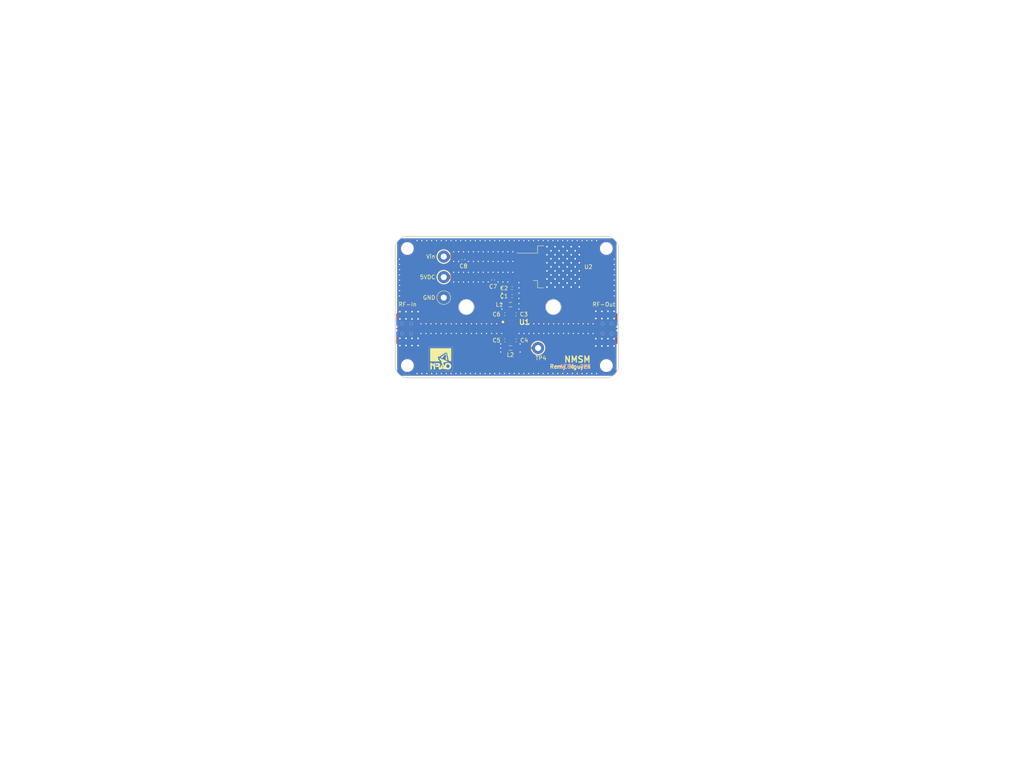
<source format=kicad_pcb>
(kicad_pcb (version 20221018) (generator pcbnew)
  (layers (0 "F.Cu" signal) (1 "In1.Cu" signal) (2 "In2.Cu" signal) (31 "B.Cu" signal) (34 "B.Paste" user) (35 "F.Paste" user) (36 "B.SilkS" user "B.Silkscreen") (37 "F.SilkS" user "F.Silkscreen") (38 "B.Mask" user) (39 "F.Mask" user) (44 "Edge.Cuts" user))
  (net 0 "")
  (net 1 "Net-(J1-In)")
  (net 2 "5VDC")
  (net 3 "Net-(J2-In)")
  (net 4 "GND")
  (net 5 "Net-(U1-VG2)")
  (net 6 "Net-(U1-VG1)")
  (net 7 "Vin")
  (net 8 "Net-(U1-VDD1)")
  (footprint "Capacitor_SMD:C_0402_1005Metric" (layer "F.Cu") (at 135.06 81.94 -90)
    (fp_text reference "C7" (at 1.64 0) (layer "F.SilkS"))
    (fp_text value "0.1 uF" hide)
    (pad "1" smd roundrect (at -0.48 0 270) (size 0.56 0.62) (layers "F.Cu" "F.Paste" "F.Mask") (net 2 "5VDC"))
    (pad "2" smd roundrect (at 0.48 0 270) (size 0.56 0.62) (layers "F.Cu" "F.Paste" "F.Mask") (net 4 "GND"))
  )
  (footprint "footprints.pretty:GCPW_osh2_90mm_user" (layer "F.Cu") (at 206.99 147.46)
    (fp_text reference " " (at 0 0) (layer "F.SilkS") (effects (font (size 1.5 1.5) (thickness 0.3))))
    (fp_text value "LOGO" hide)
  )
  (footprint "Package_TO_SOT_SMD:TO-263-2" (layer "F.Cu") (at 150.9 78.7)
    (fp_text reference "U2" (at 7.75 0) (layer "F.SilkS"))
    (fp_text value "L7805")
    (pad "1" smd roundrect (at -7.65 -2.54) (size 4.6 1.1) (layers "F.Cu" "F.Paste" "F.Mask") (roundrect_rratio 0.2272727273) (net 7 "Vin"))
    (pad "2" smd roundrect (at -0.925 -2.775) (size 4.55 5.25) (layers "F.Cu" "F.Paste") (roundrect_rratio 0.05494505495) (net 4 "GND"))
    (pad "2" smd roundrect (at -0.925 2.775) (size 4.55 5.25) (layers "F.Cu" "F.Paste") (roundrect_rratio 0.05494505495) (net 4 "GND"))
    (pad "2" smd roundrect (at 1.5 0) (size 9.4 10.8) (layers "F.Cu" "F.Mask") (roundrect_rratio 0.02659595745) (net 4 "GND"))
    (pad "2" smd roundrect (at 3.925 -2.775) (size 4.55 5.25) (layers "F.Cu" "F.Paste") (roundrect_rratio 0.05494505495) (net 4 "GND"))
    (pad "2" smd roundrect (at 3.925 2.775) (size 4.55 5.25) (layers "F.Cu" "F.Paste") (roundrect_rratio 0.05494505495) (net 4 "GND"))
    (pad "3" smd roundrect (at -7.65 2.54) (size 4.6 1.1) (layers "F.Cu" "F.Paste" "F.Mask") (roundrect_rratio 0.2272727273) (net 2 "5VDC"))
  )
  (footprint "Capacitor_SMD:C_0402_1005Metric" (layer "F.Cu") (at 127.74 76.86 -90)
    (fp_text reference "C8" (at 1.65 0) (layer "F.SilkS"))
    (fp_text value "0.33 uF" hide)
    (pad "1" smd roundrect (at -0.48 0 270) (size 0.56 0.62) (layers "F.Cu" "F.Paste" "F.Mask") (net 7 "Vin"))
    (pad "2" smd roundrect (at 0.48 0 270) (size 0.56 0.62) (layers "F.Cu" "F.Paste" "F.Mask") (net 4 "GND"))
  )
  (footprint "Capacitor_SMD:C_0402_1005Metric" (layer "F.Cu") (at 137.97 96.9 180)
    (fp_text reference "C5" (at 0.97 0) (layer "F.SilkS") (effects (justify right)))
    (fp_text value "1 nF" hide)
    (pad "1" smd roundrect (at -0.48 0 180) (size 0.56 0.62) (layers "F.Cu" "F.Paste" "F.Mask") (net 6 "Net-(U1-VG1)"))
    (pad "2" smd roundrect (at 0.48 0 180) (size 0.56 0.62) (layers "F.Cu" "F.Paste" "F.Mask") (net 4 "GND"))
  )
  (footprint "Capacitor_SMD:C_0402_1005Metric" (layer "F.Cu") (at 140.74 90.44)
    (fp_text reference "C3" (at 0.86 0.01) (layer "F.SilkS") (effects (justify left)))
    (fp_text value "1 nF" hide)
    (pad "1" smd roundrect (at -0.48 0) (size 0.56 0.62) (layers "F.Cu" "F.Paste" "F.Mask") (net 2 "5VDC"))
    (pad "2" smd roundrect (at 0.48 0) (size 0.56 0.62) (layers "F.Cu" "F.Paste" "F.Mask") (net 4 "GND"))
  )
  (footprint "Capacitor_SMD:C_0402_1005Metric" (layer "F.Cu") (at 137.97 90.44)
    (fp_text reference "C6" (at -0.97 0.01) (layer "F.SilkS") (effects (justify right)))
    (fp_text value "0.1 uF" hide)
    (pad "1" smd roundrect (at -0.48 0) (size 0.56 0.62) (layers "F.Cu" "F.Paste" "F.Mask") (net 4 "GND"))
    (pad "2" smd roundrect (at 0.48 0) (size 0.56 0.62) (layers "F.Cu" "F.Paste" "F.Mask") (net 8 "Net-(U1-VDD1)"))
  )
  (footprint "TestPoint:TestPoint_Loop_D2.54mm_Drill1.5mm_Beaded" (layer "F.Cu") (at 122.85 86.32)
    (fp_text reference "GND" (at -2 0) (layer "F.SilkS") (effects (justify right)))
    (fp_text value "GND" hide)
    (pad "1" thru_hole circle (at 0 0) (size 3 3) (drill 1.5) (layers "*.Cu" "*.Mask") (net 4 "GND"))
  )
  (footprint "Mini-Circuits:QFN66P300X300X89-9N" (layer "F.Cu") (at 139.355 93.67)
    (fp_text reference "U1" (at 3.445 -1.27) (layer "F.SilkS") (effects (font (size 1.27 1.27) (thickness 0.254))))
    (fp_text value "TSS-183A+" hide)
    (pad "1" smd rect (at -1.45 -0.33 90) (size 0.35 0.8) (layers "F.Cu" "F.Paste" "F.Mask") (net 4 "GND"))
    (pad "2" smd rect (at -1.45 0.33 90) (size 0.35 0.8) (layers "F.Cu" "F.Paste" "F.Mask") (net 1 "Net-(J1-In)"))
    (pad "3" smd rect (at -0.33 1.45) (size 0.35 0.8) (layers "F.Cu" "F.Paste" "F.Mask") (net 6 "Net-(U1-VG1)"))
    (pad "4" smd rect (at 0.33 1.45) (size 0.35 0.8) (layers "F.Cu" "F.Paste" "F.Mask") (net 5 "Net-(U1-VG2)"))
    (pad "5" smd rect (at 1.45 0.33 90) (size 0.35 0.8) (layers "F.Cu" "F.Paste" "F.Mask") (net 3 "Net-(J2-In)"))
    (pad "6" smd rect (at 1.45 -0.33 90) (size 0.35 0.8) (layers "F.Cu" "F.Paste" "F.Mask") (net 4 "GND"))
    (pad "7" smd rect (at 0.33 -1.45) (size 0.35 0.8) (layers "F.Cu" "F.Paste" "F.Mask") (net 2 "5VDC"))
    (pad "8" smd rect (at -0.33 -1.45) (size 0.35 0.8) (layers "F.Cu" "F.Paste" "F.Mask") (net 8 "Net-(U1-VDD1)"))
    (pad "9" smd rect (at 0 0) (size 1.702 1.702) (layers "F.Cu" "F.Paste" "F.Mask") (net 4 "GND"))
  )
  (footprint "Capacitor_SMD:C_0402_1005Metric" (layer "F.Cu") (at 139.78 85.95 180)
    (fp_text reference "C1" (at 0.94 0) (layer "F.SilkS") (effects (justify right)))
    (fp_text value "5.6 pF" hide)
    (pad "1" smd roundrect (at -0.48 0 180) (size 0.56 0.62) (layers "F.Cu" "F.Paste" "F.Mask") (net 2 "5VDC"))
    (pad "2" smd roundrect (at 0.48 0 180) (size 0.56 0.62) (layers "F.Cu" "F.Paste" "F.Mask") (net 4 "GND"))
  )
  (footprint "footprints:Mueller BU-1420761881" (layer "F.Cu") (at 161.56 94 180)
    (fp_text reference "RF-Out" (at -3.84 6 180) (layer "F.SilkS") (effects (justify right)))
    (fp_text value "Conn_Coaxial" hide)
    (fp_circle (center -2.8448 -1.2192) (end -2.4384 -1.2192) (stroke (width 0.05)) (fill none) (layer "Edge.Cuts"))
    (fp_circle (center -2.8448 1.2192) (end -2.4384 1.2192) (stroke (width 0.05)) (fill none) (layer "Edge.Cuts"))
    (fp_circle (center -0.6096 -1.2192) (end -0.2032 -1.2192) (stroke (width 0.05)) (fill none) (layer "Edge.Cuts"))
    (fp_circle (center -0.6096 1.2192) (end -0.2032 1.2192) (stroke (width 0.05)) (fill none) (layer "Edge.Cuts"))
    (pad "1" smd rect (at -3.4036 0 180) (size 1.7272 0.41) (layers "F.Cu" "F.Paste" "F.Mask") (net 3 "Net-(J2-In)"))
    (pad "2" smd rect (at -1.7272 -2.2292 180) (size 5.08 3.048) (layers "F.Cu" "F.Paste" "F.Mask") (net 4 "GND"))
    (pad "2" smd rect (at -1.7272 -1.4672 180) (size 5.08 1.524) (layers "B.Cu" "B.Paste" "B.Mask") (net 4 "GND"))
    (pad "2" smd rect (at -1.7272 1.4672 180) (size 5.08 1.524) (layers "B.Cu" "B.Paste" "B.Mask") (net 4 "GND"))
    (pad "2" smd rect (at -1.7272 2.2292 180) (size 5.08 3.048) (layers "F.Cu" "F.Paste" "F.Mask") (net 4 "GND"))
  )
  (footprint "Capacitor_SMD:C_0402_1005Metric" (layer "F.Cu") (at 139.78 83.98 180)
    (fp_text reference "C2" (at 0.94 -0.02) (layer "F.SilkS") (effects (justify right)))
    (fp_text value "18 pF" hide)
    (pad "1" smd roundrect (at -0.48 0 180) (size 0.56 0.62) (layers "F.Cu" "F.Paste" "F.Mask") (net 2 "5VDC"))
    (pad "2" smd roundrect (at 0.48 0 180) (size 0.56 0.62) (layers "F.Cu" "F.Paste" "F.Mask") (net 4 "GND"))
  )
  (footprint "Inductor_SMD:L_0805_2012Metric" (layer "F.Cu") (at 139.355 88.055 180)
    (fp_text reference "L1" (at 1.755 0.005) (layer "F.SilkS") (effects (justify right)))
    (fp_text value "3.3 nH" hide)
    (pad "1" smd roundrect (at -1.0625 0 180) (size 0.875 1.2) (layers "F.Cu" "F.Paste" "F.Mask") (net 2 "5VDC"))
    (pad "2" smd roundrect (at 1.0625 0 180) (size 0.875 1.2) (layers "F.Cu" "F.Paste" "F.Mask") (net 8 "Net-(U1-VDD1)"))
  )
  (footprint "FabDrawingTemplates:FabDrawing-4Layer-Metric-Compact-OSH" (layer "F.Cu") (at 55.5 135.5)
    (fp_text reference " " hide)
    (fp_text value " " hide)
  )
  (footprint "TestPoint:TestPoint_Loop_D2.54mm_Drill1.5mm_Beaded" (layer "F.Cu") (at 122.85 81.24)
    (fp_text reference "5VDC" (at -2 0) (layer "F.SilkS") (effects (justify right)))
    (fp_text value "5VDC" hide)
    (pad "1" thru_hole circle (at 0 0) (size 3 3) (drill 1.5) (layers "*.Cu" "*.Mask") (net 2 "5VDC"))
  )
  (footprint "Inductor_SMD:L_0805_2012Metric" (layer "F.Cu") (at 139.355 98.8)
    (fp_text reference "L2" (at 0 1.1) (layer "F.SilkS") (effects (justify top)))
    (fp_text value "3.3 nH" hide)
    (pad "1" smd roundrect (at -1.0625 0) (size 0.875 1.2) (layers "F.Cu" "F.Paste" "F.Mask") (net 6 "Net-(U1-VG1)"))
    (pad "2" smd roundrect (at 1.0625 0) (size 0.875 1.2) (layers "F.Cu" "F.Paste" "F.Mask") (net 5 "Net-(U1-VG2)"))
  )
  (footprint "MountingHole:MountingHole_2.7mm_M2.5" (layer "F.Cu") (at 163.1 103.15)
    (fp_text reference "REF**" hide)
    (fp_text value "MountingHole_2.7mm_M2.5" hide)
    (pad "" np_thru_hole circle (at 0 0) (size 2.7 2.7) (drill 2.7) (layers "*.Mask" "F.Cu" "In1.Cu" "In2.Cu" "B.Cu"))
  )
  (footprint "TestPoint:TestPoint_Loop_D2.54mm_Drill1.5mm_Beaded" (layer "F.Cu") (at 122.85 76.16)
    (fp_text reference "Vin" (at -2 0) (layer "F.SilkS") (effects (justify right)))
    (fp_text value "Vin" hide)
    (pad "1" thru_hole circle (at 0 0) (size 3 3) (drill 1.5) (layers "*.Cu" "*.Mask") (net 7 "Vin"))
  )
  (footprint "Capacitor_SMD:C_0402_1005Metric" (layer "F.Cu") (at 140.74 96.9 180)
    (fp_text reference "C4" (at -0.96 0) (layer "F.SilkS") (effects (justify left)))
    (fp_text value "1 nF" hide)
    (pad "1" smd roundrect (at -0.48 0 180) (size 0.56 0.62) (layers "F.Cu" "F.Paste" "F.Mask") (net 4 "GND"))
    (pad "2" smd roundrect (at 0.48 0 180) (size 0.56 0.62) (layers "F.Cu" "F.Paste" "F.Mask") (net 5 "Net-(U1-VG2)"))
  )
  (footprint "footprints.pretty:nrao1_6mm_silk" (layer "F.Cu") (at 122.1 101.5)
    (fp_text reference "G***" hide)
    (fp_text value "LOGO" hide)
  )
  (footprint "MountingHole:MountingHole_2.7mm_M2.5" (layer "F.Cu") (at 163.1 74.15)
    (fp_text reference "REF**" hide)
    (fp_text value "MountingHole_2.7mm_M2.5" hide)
    (pad "" np_thru_hole circle (at 0 0) (size 2.7 2.7) (drill 2.7) (layers "*.Mask" "F.Cu" "In1.Cu" "In2.Cu" "B.Cu"))
  )
  (footprint "MountingHole:MountingHole_2.7mm_M2.5" (layer "F.Cu") (at 113.85 74.15)
    (fp_text reference "REF**" hide)
    (fp_text value "MountingHole_2.7mm_M2.5" hide)
    (pad "" np_thru_hole circle (at 0 0) (size 2.7 2.7) (drill 2.7) (layers "*.Mask" "F.Cu" "In1.Cu" "In2.Cu" "B.Cu"))
  )
  (footprint "TestPoint:TestPoint_Loop_D2.54mm_Drill1.5mm_Beaded" (layer "F.Cu") (at 146.2 98.8)
    (fp_text reference "TP4" (at 0.7 2.5) (layer "F.SilkS"))
    (fp_text value "Vg")
    (pad "1" thru_hole circle (at 0 0) (size 3 3) (drill 1.5) (layers "*.Cu" "*.Mask") (net 5 "Net-(U1-VG2)"))
  )
  (footprint "footprints:Mueller BU-1420761881" (layer "F.Cu") (at 115.39 94)
    (fp_text reference "RF-In" (at -3.84 -6) (layer "F.SilkS") (effects (justify left)))
    (fp_text value "Conn_Coaxial" hide)
    (fp_circle (center -2.8448 -1.2192) (end -2.4384 -1.2192) (stroke (width 0.05)) (fill none) (layer "Edge.Cuts"))
    (fp_circle (center -2.8448 1.2192) (end -2.4384 1.2192) (stroke (width 0.05)) (fill none) (layer "Edge.Cuts"))
    (fp_circle (center -0.6096 -1.2192) (end -0.2032 -1.2192) (stroke (width 0.05)) (fill none) (layer "Edge.Cuts"))
    (fp_circle (center -0.6096 1.2192) (end -0.2032 1.2192) (stroke (width 0.05)) (fill none) (layer "Edge.Cuts"))
    (pad "1" smd rect (at -3.4036 0) (size 1.7272 0.41) (layers "F.Cu" "F.Paste" "F.Mask") (net 1 "Net-(J1-In)"))
    (pad "2" smd rect (at -1.7272 -2.2292) (size 5.08 3.048) (layers "F.Cu" "F.Paste" "F.Mask") (net 4 "GND"))
    (pad "2" smd rect (at -1.7272 -1.4672) (size 5.08 1.524) (layers "B.Cu" "B.Paste" "B.Mask") (net 4 "GND"))
    (pad "2" smd rect (at -1.7272 1.4672) (size 5.08 1.524) (layers "B.Cu" "B.Paste" "B.Mask") (net 4 "GND"))
    (pad "2" smd rect (at -1.7272 2.2292) (size 5.08 3.048) (layers "F.Cu" "F.Paste" "F.Mask") (net 4 "GND"))
  )
  (footprint "MountingHole:MountingHole_2.7mm_M2.5" (layer "F.Cu") (at 113.85 103.15)
    (fp_text reference "REF**" hide)
    (fp_text value "MountingHole_2.7mm_M2.5" hide)
    (pad "" np_thru_hole circle (at 0 0) (size 2.7 2.7) (drill 2.7) (layers "*.Cu" "*.Mask"))
  )
  (gr_arc (start 166.100001 103.150001) (mid 165.221321 105.271321) (end 163.100001 106.150001) (stroke (width 0.2)) (layer "Edge.Cuts"))
  (gr_line (start 166.1 88.65) (end 166.100001 74.149999) (stroke (width 0.2)) (layer "Edge.Cuts"))
  (gr_arc (start 110.85 74.15) (mid 111.72868 72.02868) (end 113.85 71.15) (stroke (width 0.2)) (layer "Edge.Cuts"))
  (gr_line (start 163.100001 71.149999) (end 113.85 71.15) (stroke (width 0.2)) (layer "Edge.Cuts"))
  (gr_arc (start 163.100001 71.149999) (mid 165.221321 72.028679) (end 166.100001 74.149999) (stroke (width 0.2)) (layer "Edge.Cuts"))
  (gr_line (start 166.100001 103.150001) (end 166.1 88.65) (stroke (width 0.2)) (layer "Edge.Cuts"))
  (gr_line (start 113.849999 106.150001) (end 163.100001 106.150001) (stroke (width 0.2)) (layer "Edge.Cuts"))
  (gr_line (start 110.85 74.15) (end 110.85 88.65) (stroke (width 0.2)) (layer "Edge.Cuts"))
  (gr_circle (center 128.4531 88.65) (end 130.32 88.65) (stroke (width 0.2)) (fill none) (layer "Edge.Cuts"))
  (gr_arc (start 113.849999 106.150001) (mid 111.728679 105.271321) (end 110.849999 103.150001) (stroke (width 0.2)) (layer "Edge.Cuts"))
  (gr_circle (center 149.975486 88.65) (end 151.842386 88.65) (stroke (width 0.2)) (fill none) (layer "Edge.Cuts"))
  (gr_line (start 110.85 88.65) (end 110.849999 103.150001) (stroke (width 0.2)) (layer "Edge.Cuts"))
  (gr_text "TSS-183A+" (at 159.35 104) (layer "B.SilkS") (effects (font (size 1 1) (thickness 0.2) bold) (justify left bottom mirror)))
  (gr_text "NMSM" (at 159.35 102.5) (layer "F.SilkS") (effects (font (size 1.5 1.5) (thickness 0.3) bold) (justify right bottom)))
  (gr_text "Remy Nguyen" (at 159.35 104) (layer "F.SilkS") (effects (font (size 1 1) (thickness 0.2) bold) (justify right bottom)))
  (segment (start 112.1964 94) (end 137.2 94) (width 0.41) (layer "F.Cu") (net 1))
  (segment (start 137.905 94) (end 137.5 94) (width 0.35) (layer "F.Cu") (net 1))
  (segment (start 140.26 90.5875) (end 139.685 91.1625) (width 0.35) (layer "F.Cu") (net 2))
  (segment (start 140.26 90.44) (end 140.26 81.29) (width 0.56) (layer "F.Cu") (net 2))
  (segment (start 143.25 81.24) (end 140.31 81.24) (width 1.1) (layer "F.Cu") (net 2))
  (segment (start 140.31 81.24) (end 122.85 81.24) (width 1.1) (layer "F.Cu") (net 2))
  (segment (start 139.685 91.1625) (end 139.685 92.2175) (width 0.35) (layer "F.Cu") (net 2))
  (segment (start 141.5 94) (end 164.7136 94) (width 0.41) (layer "F.Cu") (net 3))
  (segment (start 140.805 94) (end 141.21 94) (width 0.35) (layer "F.Cu") (net 3))
  (segment (start 149.31 75) (end 149.35 75.04) (width 0.25) (layer "F.Cu") (net 4))
  (via (at 137.87439 105.1) (size 0.6) (drill 0.3) (layers "F.Cu" "B.Cu") (net 4))
  (via (at 130.667073 105.1) (size 0.6) (drill 0.3) (layers "F.Cu" "B.Cu") (net 4))
  (via (at 141.46 89.132857) (size 0.6) (drill 0.3) (layers "F.Cu" "B.Cu") (net 4))
  (via (at 160.5 89.7) (size 0.8) (drill 0.4) (layers "F.Cu" "B.Cu") (net 4))
  (via (at 163.5 89.7) (size 0.8) (drill 0.4) (layers "F.Cu" "B.Cu") (net 4))
  (via (at 128.44874 95.2) (size 0.6) (drill 0.3) (layers "F.Cu" "B.Cu") (net 4))
  (via (at 134.268292 72.2) (size 0.6) (drill 0.3) (layers "F.Cu" "B.Cu") (net 4))
  (via (at 131.4 74.96) (size 0.6) (drill 0.3) (layers "F.Cu" "B.Cu") (net 4))
  (via (at 151.274147 92.8) (size 0.6) (drill 0.3) (layers "F.Cu" "B.Cu") (net 4))
  (via (at 124.658536 72.2) (size 0.6) (drill 0.3) (layers "F.Cu" "B.Cu") (net 4))
  (via (at 148.4 77.7) (size 0.8) (drill 0.4) (layers "F.Cu" "B.Cu") (net 4))
  (via (at 150.4 75.7) (size 0.8) (drill 0.4) (layers "F.Cu" "B.Cu") (net 4))
  (via (at 123.457317 72.2) (size 0.6) (drill 0.3) (layers "F.Cu" "B.Cu") (net 4))
  (via (at 154.691463 105.1) (size 0.6) (drill 0.3) (layers "F.Cu" "B.Cu") (net 4))
  (via (at 113.5 89.8) (size 0.8) (drill 0.4) (layers "F.Cu" "B.Cu") (net 4))
  (via (at 126.514285 74.96) (size 0.6) (drill 0.3) (layers "F.Cu" "B.Cu") (net 4))
  (via (at 152.4 77.7) (size 0.8) (drill 0.4) (layers "F.Cu" "B.Cu") (net 4))
  (via (at 115 98.2) (size 0.8) (drill 0.4) (layers "F.Cu" "B.Cu") (net 4))
  (via (at 136.285714 80.04) (size 0.6) (drill 0.3) (layers "F.Cu" "B.Cu") (net 4))
  (via (at 154.4 79.7) (size 0.8) (drill 0.4) (layers "F.Cu" "B.Cu") (net 4))
  (via (at 117.451219 72.2) (size 0.6) (drill 0.3) (layers "F.Cu" "B.Cu") (net 4))
  (via (at 143.880487 105.1) (size 0.6) (drill 0.3) (layers "F.Cu" "B.Cu") (net 4))
  (via (at 165.05 85.9) (size 0.6) (drill 0.3) (layers "F.Cu" "B.Cu") (net 4))
  (via (at 158.604757 92.8) (size 0.6) (drill 0.3) (layers "F.Cu" "B.Cu") (net 4))
  (via (at 122.256097 72.2) (size 0.6) (drill 0.3) (layers "F.Cu" "B.Cu") (net 4))
  (via (at 136.285714 77.36) (size 0.6) (drill 0.3) (layers "F.Cu" "B.Cu") (net 4))
  (via (at 127.063414 105.1) (size 0.6) (drill 0.3) (layers "F.Cu" "B.Cu") (net 4))
  (via (at 138.728571 82.44) (size 0.6) (drill 0.3) (layers "F.Cu" "B.Cu") (net 4))
  (via (at 131.868292 105.1) (size 0.6) (drill 0.3) (layers "F.Cu" "B.Cu") (net 4))
  (via (at 116.5 98.2) (size 0.8) (drill 0.4) (layers "F.Cu" "B.Cu") (net 4))
  (via (at 119.69748 92.8) (size 0.6) (drill 0.3) (layers "F.Cu" "B.Cu") (net 4))
  (via (at 162 98.3) (size 0.8) (drill 0.4) (layers "F.Cu" "B.Cu") (net 4))
  (via (at 141.5 95.2) (size 0.6) (drill 0.3) (layers "F.Cu" "B.Cu") (net 4))
  (via (at 148.4 75.7) (size 0.8) (drill 0.4) (layers "F.Cu" "B.Cu") (net 4))
  (via (at 143.878048 72.2) (size 0.6) (drill 0.3) (layers "F.Cu" "B.Cu") (net 4))
  (via (at 133.44946 92.8) (size 0.6) (drill 0.3) (layers "F.Cu" "B.Cu") (net 4))
  (via (at 149.884146 72.2) (size 0.6) (drill 0.3) (layers "F.Cu" "B.Cu") (net 4))
  (via (at 141.755 97.8) (size 0.6) (drill 0.3) (layers "F.Cu" "B.Cu") (net 4))
  (via (at 115 91.6) (size 0.8) (drill 0.4) (layers "F.Cu" "B.Cu") (net 4))
  (via (at 151.4 82.7) (size 0.8) (drill 0.4) (layers "F.Cu" "B.Cu") (net 4))
  (via (at 117.19712 95.2) (size 0.6) (drill 0.3) (layers "F.Cu" "B.Cu") (net 4))
  (via (at 162 89.7) (size 0.8) (drill 0.4) (layers "F.Cu" "B.Cu") (net 4))
  (via (at 112 89.8) (size 0.8) (drill 0.4) (layers "F.Cu" "B.Cu") (net 4))
  (via (at 116.25 72.2) (size 0.6) (drill 0.3) (layers "F.Cu" "B.Cu") (net 4))
  (via (at 124.6982 95.2) (size 0.6) (drill 0.3) (layers "F.Cu" "B.Cu") (net 4))
  (via (at 152.4 73.7) (size 0.8) (drill 0.4) (layers "F.Cu" "B.Cu") (net 4))
  (via (at 148.682926 72.2) (size 0.6) (drill 0.3) (layers "F.Cu" "B.Cu") (net 4))
  (via (at 141.46 85.211428) (size 0.6) (drill 0.3) (layers "F.Cu" "B.Cu") (net 4))
  (via (at 128.957142 74.96) (size 0.6) (drill 0.3) (layers "F.Cu" "B.Cu") (net 4))
  (via (at 138.728571 74.96) (size 0.6) (drill 0.3) (layers "F.Cu" "B.Cu") (net 4))
  (via (at 154.939452 95.2) (size 0.6) (drill 0.3) (layers "F.Cu" "B.Cu") (net 4))
  (via (at 129.465853 105.1) (size 0.6) (drill 0.3) (layers "F.Cu" "B.Cu") (net 4))
  (via (at 122.258536 105.1) (size 0.6) (drill 0.3) (layers "F.Cu" "B.Cu") (net 4))
  (via (at 137.2 95.2) (size 0.6) (drill 0.3) (layers "F.Cu" "B.Cu") (net 4))
  (via (at 150.052378 92.8) (size 0.6) (drill 0.3) (layers "F.Cu" "B.Cu") (net 4))
  (via (at 147.608842 95.2) (size 0.6) (drill 0.3) (layers "F.Cu" "B.Cu") (net 4))
  (via (at 156.4 73.7) (size 0.8) (drill 0.4) (layers "F.Cu" "B.Cu") (net 4))
  (via (at 132.19928 92.8) (size 0.6) (drill 0.3) (layers "F.Cu" "B.Cu") (net 4))
  (via (at 150.4 81.7) (size 0.8) (drill 0.4) (layers "F.Cu" "B.Cu") (net 4))
  (via (at 126.514285 80.04) (size 0.6) (drill 0.3) (layers "F.Cu" "B.Cu") (net 4))
  (via (at 125.859756 72.2) (size 0.6) (drill 0.3) (layers "F.Cu" "B.Cu") (net 4))
  (via (at 152.286585 72.2) (size 0.6) (drill 0.3) (layers "F.Cu" "B.Cu") (net 4))
  (via (at 131.4 82.44) (size 0.6) (drill 0.3) (layers "F.Cu" "B.Cu") (net 4))
  (via (at 157.091463 72.2) (size 0.6) (drill 0.3) (layers "F.Cu" "B.Cu") (net 4))
  (via (at 127.735714 74.96) (size 0.6) (drill 0.3) (layers "F.Cu" "B.Cu") (net 4))
  (via (at 115 96.4) (size 0.8) (drill 0.4) (layers "F.Cu" "B.Cu") (net 4))
  (via (at 139.07317 72.2) (size 0.6) (drill 0.3) (layers "F.Cu" "B.Cu") (net 4))
  (via (at 151.274147 95.2) (size 0.6) (drill 0.3) (layers "F.Cu" "B.Cu") (net 4))
  (via (at 135.064285 74.96) (size 0.6) (drill 0.3) (layers "F.Cu" "B.Cu") (net 4))
  (via (at 153.487804 72.2) (size 0.6) (drill 0.3) (layers "F.Cu" "B.Cu") (net 4))
  (via (at 153.4 80.7) (size 0.8) (drill 0.4) (layers "F.Cu" "B.Cu") (net 4))
  (via (at 131.4 77.36) (size 0.6) (drill 0.3) (layers "F.Cu" "B.Cu") (net 4))
  (via (at 122.19784 95.2) (size 0.6) (drill 0.3) (layers "F.Cu" "B.Cu") (net 4))
  (via (at 125.292857 82.44) (size 0.6) (drill 0.3) (layers "F.Cu" "B.Cu") (net 4))
  (via (at 149.886585 105.1) (size 0.6) (drill 0.3) (layers "F.Cu" "B.Cu") (net 4))
  (via (at 135.471951 105.1) (size 0.6) (drill 0.3) (layers "F.Cu" "B.Cu") (net 4))
  (via (at 165 96.5) (size 0.8) (drill 0.4) (layers "F.Cu" "B.Cu") (net 4))
  (via (at 141.46 83.904285) (size 0.6) (drill 0.3) (layers "F.Cu" "B.Cu") (net 4))
  (via (at 156.4 81.7) (size 0.8) (drill 0.4) (layers "F.Cu" "B.Cu") (net 4))
  (via (at 130.178571 77.36) (size 0.6) (drill 0.3) (layers "F.Cu" "B.Cu") (net 4))
  (via (at 165.05 79.4) (size 0.6) (drill 0.3) (layers "F.Cu" "B.Cu") (net 4))
  (via (at 153.4 82.7) (size 0.8) (drill 0.4) (layers "F.Cu" "B.Cu") (net 4))
  (via (at 153.4 78.7) (size 0.8) (drill 0.4) (layers "F.Cu" "B.Cu") (net 4))
  (via (at 121.057317 105.1) (size 0.6) (drill 0.3) (layers "F.Cu" "B.Cu") (net 4))
  (via (at 147.608842 92.8) (size 0.6) (drill 0.3) (layers "F.Cu" "B.Cu") (net 4))
  (via (at 133.067073 72.2) (size 0.6) (drill 0.3) (layers "F.Cu" "B.Cu") (net 4))
  (via (at 155.4 78.7) (size 0.8) (drill 0.4) (layers "F.Cu" "B.Cu") (net 4))
  (via (at 134.69964 92.8) (size 0.6) (drill 0.3) (layers "F.Cu" "B.Cu") (net 4))
  (via (at 111.9 80.7) (size 0.6) (drill 0.3) (layers "F.Cu" "B.Cu") (net 4))
  (via (at 128.957142 82.44) (size 0.6) (drill 0.3) (layers "F.Cu" "B.Cu") (net 4))
  (via (at 125.292857 77.36) (size 0.6) (drill 0.3) (layers "F.Cu" "B.Cu") (net 4))
  (via (at 116.5 91.6) (size 0.8) (drill 0.4) (layers "F.Cu" "B.Cu") (net 4))
  (via (at 139.075609 105.1) (size 0.6) (drill 0.3) (layers "F.Cu" "B.Cu") (net 4))
  (via (at 138.728571 80.04) (size 0.6) (drill 0.3) (layers "F.Cu" "B.Cu") (net 4))
  (via (at 135.064285 80.04) (size 0.6) (drill 0.3) (layers "F.Cu" "B.Cu") (net 4))
  (via (at 154.4 77.7) (size 0.8) (drill 0.4) (layers "F.Cu" "B.Cu") (net 4))
  (via (at 148.4 83.7) (size 0.8) (drill 0.4) (layers "F.Cu" "B.Cu") (net 4))
  (via (at 132.621428 82.44) (size 0.6) (drill 0.3) (layers "F.Cu" "B.Cu") (net 4))
  (via (at 163.5 96.5) (size 0.8) (drill 0.4) (layers "F.Cu" "B.Cu") (net 4))
  (via (at 137.507142 80.04) (size 0.6) (drill 0.3) (layers "F.Cu" "B.Cu") (net 4))
  (via (at 148.4 79.7) (size 0.8) (drill 0.4) (layers "F.Cu" "B.Cu") (net 4))
  (via (at 126.514285 82.44) (size 0.6) (drill 0.3) (layers "F.Cu" "B.Cu") (net 4))
  (via (at 153.4 74.7) (size 0.8) (drill 0.4) (layers "F.Cu" "B.Cu") (net 4))
  (via (at 130.664634 72.2) (size 0.6) (drill 0.3) (layers "F.Cu" "B.Cu") (net 4))
  (via (at 130.9491 95.2) (size 0.6) (drill 0.3) (layers "F.Cu" "B.Cu") (net 4))
  (via (at 154.4 81.7) (size 0.8) (drill 0.4) (layers "F.Cu" "B.Cu") (net 4))
  (via (at 163.5 98.3) (size 0.8) (drill 0.4) (layers "F.Cu" "B.Cu") (net 4))
  (via (at 112 96.4) (size 0.8) (drill 0.4) (layers "F.Cu" "B.Cu") (net 4))
  (via (at 141.46 86.518571) (size 0.6) (drill 0.3) (layers "F.Cu" "B.Cu") (net 4))
  (via (at 156.4 83.7) (size 0.8) (drill 0.4) (layers "F.Cu" "B.Cu") (net 4))
  (via (at 122.19784 92.8) (size 0.6) (drill 0.3) (layers "F.Cu" "B.Cu") (net 4))
  (via (at 146.280487 72.2) (size 0.6) (drill 0.3) (layers "F.Cu" "B.Cu") (net 4))
  (via (at 162 96.5) (size 0.8) (drill 0.4) (layers "F.Cu" "B.Cu") (net 4))
  (via (at 155.890243 72.2) (size 0.6) (drill 0.3) (layers "F.Cu" "B.Cu") (net 4))
  (via (at 132.621428 74.96) (size 0.6) (drill 0.3) (layers "F.Cu" "B.Cu") (net 4))
  (via (at 126.514285 77.36) (size 0.6) (drill 0.3) (layers "F.Cu" "B.Cu") (net 4))
  (via (at 137.26 87.825714) (size 0.6) (drill 0.3) (layers "F.Cu" "B.Cu") (net 4))
  (via (at 131.865853 72.2) (size 0.6) (drill 0.3) (layers "F.Cu" "B.Cu") (net 4))
  (via (at 160.5 98.3) (size 0.8) (drill 0.4) (layers "F.Cu" "B.Cu") (net 4))
  (via (at 134.69964 95.2) (size 0.6) (drill 0.3) (layers "F.Cu" "B.Cu") (net 4))
  (via (at 151.4 74.7) (size 0.8) (drill 0.4) (layers "F.Cu" "B.Cu") (net 4))
  (via (at 136.285714 82.44) (size 0.6) (drill 0.3) (layers "F.Cu" "B.Cu") (net 4))
  (via (at 152.4 79.7) (size 0.8) (drill 0.4) (layers "F.Cu" "B.Cu") (net 4))
  (via (at 145.079268 72.2) (size 0.6) (drill 0.3) (layers "F.Cu" "B.Cu") (net 4))
  (via (at 153.490243 105.1) (size 0.6) (drill 0.3) (layers "F.Cu" "B.Cu") (net 4))
  (via (at 125.292857 80.04) (size 0.6) (drill 0.3) (layers "F.Cu" "B.Cu") (net 4))
  (via (at 113.5 96.4) (size 0.8) (drill 0.4) (layers "F.Cu" "B.Cu") (net 4))
  (via (at 111.9 83.3) (size 0.6) (drill 0.3) (layers "F.Cu" "B.Cu") (net 4))
  (via (at 116.252439 105.1) (size 0.6) (drill 0.3) (layers "F.Cu" "B.Cu") (net 4))
  (via (at 141.46 82.597142) (size 0.6) (drill 0.3) (layers "F.Cu" "B.Cu") (net 4))
  (via (at 136.955 99.8) (size 0.6) (drill 0.3) (layers "F.Cu" "B.Cu") (net 4))
  (via (at 120.94766 92.8) (size 0.6) (drill 0.3) (layers "F.Cu" "B.Cu") (net 4))
  (via (at 151.087804 105.1) (size 0.6) (drill 0.3) (layers "F.Cu" "B.Cu") (net 4))
  (via (at 133.069512 105.1) (size 0.6) (drill 0.3) (layers "F.Cu" "B.Cu") (net 4))
  (via (at 130.178571 74.96) (size 0.6) (drill 0.3) (layers "F.Cu" "B.Cu") (net 4))
  (via (at 142.676829 72.2) (size 0.6) (drill 0.3) (layers "F.Cu" "B.Cu") (net 4))
  (via (at 118.652439 72.2) (size 0.6) (drill 0.3) (layers "F.Cu" "B.Cu") (net 4))
  (via (at 151.4 76.7) (size 0.8) (drill 0.4) (layers "F.Cu" "B.Cu") (net 4))
  (via (at 142.679268 105.1) (size 0.6) (drill 0.3) (layers "F.Cu" "B.Cu") (net 4))
  (via (at 133.44946 95.2) (size 0.6) (drill 0.3) (layers "F.Cu" "B.Cu") (net 4))
  (via (at 129.69892 95.2) (size 0.6) (drill 0.3) (layers "F.Cu" "B.Cu") (net 4))
  (via (at 149.4 76.7) (size 0.8) (drill 0.4) (layers "F.Cu" "B.Cu") (net 4))
  (via (at 165.05 80.7) (size 0.6) (drill 0.3) (layers "F.Cu" "B.Cu") (net 4))
  (via (at 132.621428 77.36) (size 0.6) (drill 0.3) (layers "F.Cu" "B.Cu") (net 4))
  (via (at 145.165305 95.2) (size 0.6) (drill 0.3) (layers "F.Cu" "B.Cu") (net 4))
  (via (at 158.292682 72.2) (size 0.6) (drill 0.3) (layers "F.Cu" "B.Cu") (net 4))
  (via (at 154.4 73.7) (size 0.8) (drill 0.4) (layers "F.Cu" "B.Cu") (net 4))
  (via (at 132.19928 95.2) (size 0.6) (drill 0.3) (layers "F.Cu" "B.Cu") (net 4))
  (via (at 125.862195 105.1) (size 0.6) (drill 0.3) (layers "F.Cu" "B.Cu") (net 4))
  (via (at 150.4 83.7) (size 0.8) (drill 0.4) (layers "F.Cu" "B.Cu") (net 4))
  (via (at 141.475609 72.2) (size 0.6) (drill 0.3) (layers "F.Cu" "B.Cu") (net 4))
  (via (at 151.4 80.7) (size 0.8) (drill 0.4) (layers "F.Cu" "B.Cu") (net 4))
  (via (at 142.721768 95.2) (size 0.6) (drill 0.3) (layers "F.Cu" "B.Cu") (net 4))
  (via (at 160.5 91.5) (size 0.8) (drill 0.4) (layers "F.Cu" "B.Cu") (net 4))
  (via (at 155.4 74.7) (size 0.8) (drill 0.4) (layers "F.Cu" "B.Cu") (net 4))
  (via (at 160.695121 72.2) (size 0.6) (drill 0.3) (layers "F.Cu" "B.Cu") (net 4))
  (via (at 123.459756 105.1) (size 0.6) (drill 0.3) (layers "F.Cu" "B.Cu") (net 4))
  (via (at 145.081707 105.1) (size 0.6) (drill 0.3) (layers "F.Cu" "B.Cu") (net 4))
  (via (at 148.4 81.7) (size 0.8) (drill 0.4) (layers "F.Cu" "B.Cu") (net 4))
  (via (at 147.481707 72.2) (size 0.6) (drill 0.3) (layers "F.Cu" "B.Cu") (net 4))
  (via (at 156.161221 95.2) (size 0.6) (drill 0.3) (layers "F.Cu" "B.Cu") (net 4))
  (via (at 125.292857 74.96) (size 0.6) (drill 0.3) (layers "F.Cu" "B.Cu") (net 4))
  (via (at 145.165305 92.8) (size 0.6) (drill 0.3) (layers "F.Cu" "B.Cu") (net 4))
  (via (at 148.83061 95.2) (size 0.6) (drill 0.3) (layers "F.Cu" "B.Cu") (net 4))
  (via (at 142.721768 92.8) (size 0.6) (drill 0.3) (layers "F.Cu" "B.Cu") (net 4))
  (via (at 154.4 83.7) (size 0.8) (drill 0.4) (layers "F.Cu" "B.Cu") (net 4))
  (via (at 111.9 85.9) (size 0.6) (drill 0.3) (layers "F.Cu" "B.Cu") (net 4))
  (via (at 130.9491 92.8) (size 0.6) (drill 0.3) (layers "F.Cu" "B.Cu") (net 4))
  (via (at 112 98.2) (size 0.8) (drill 0.4) (layers "F.Cu" "B.Cu") (net 4))
  (via (at 125.94838 95.2) (size 0.6) (drill 0.3) (layers "F.Cu" "B.Cu") (net 4))
  (via (at 138.728571 77.36) (size 0.6) (drill 0.3) (layers "F.Cu" "B.Cu") (net 4))
  (via (at 127.19856 95.2) (size 0.6) (drill 0.3) (layers "F.Cu" "B.Cu") (net 4))
  (via (at 146.282926 105.1) (size 0.6) (drill 0.3) (layers "F.Cu" "B.Cu") (net 4))
  (via (at 120.94766 95.2) (size 0.6) (drill 0.3) (layers "F.Cu" "B.Cu") (net 4))
  (via (at 155.892682 105.1) (size 0.6) (drill 0.3) (layers "F.Cu" "B.Cu") (net 4))
  (via (at 165.05 76.8) (size 0.6) (drill 0.3) (layers "F.Cu" "B.Cu") (net 4))
  (via (at 154.939452 92.8) (size 0.6) (drill 0.3) (layers "F.Cu" "B.Cu") (net 4))
  (via (at 151.4 78.7) (size 0.8) (drill 0.4) (layers "F.Cu" "B.Cu") (net 4))
  (via (at 137.26 85.211428) (size 0.6) (drill 0.3) (layers "F.Cu" "B.Cu") (net 4))
  (via (at 137.871951 72.2) (size 0.6) (drill 0.3) (layers "F.Cu" "B.Cu") (net 4))
  (via (at 139.95 80.04) (size 0.6) (drill 0.3) (layers "F.Cu" "B.Cu") (net 4))
  (via (at 155.4 80.7) (size 0.8) (drill 0.4) (layers "F.Cu" "B.Cu") (net 4))
  (via (at 151.085365 72.2) (size 0.6) (drill 0.3) (layers "F.Cu" "B.Cu") (net 4))
  (via (at 132.621428 80.04) (size 0.6) (drill 0.3) (layers "F.Cu" "B.Cu") (net 4))
  (via (at 119.856097 105.1) (size 0.6) (drill 0.3) (layers "F.Cu" "B.Cu") (net 4))
  (via (at 135.94982 95.2) (size 0.6) (drill 0.3) (layers "F.Cu" "B.Cu") (net 4))
  (via (at 165 91.5) (size 0.8) (drill 0.4) (layers "F.Cu" "B.Cu") (net 4))
  (via (at 152.495915 95.2) (size 0.6) (drill 0.3) (layers "F.Cu" "B.Cu") (net 4))
  (via (at 141.46 87.825714) (size 0.6) (drill 0.3) (layers "F.Cu" "B.Cu") (net 4))
  (via (at 165 89.7) (size 0.8) (drill 0.4) (layers "F.Cu" "B.Cu") (net 4))
  (via (at 148.685365 105.1) (size 0.6) (drill 0.3) (layers "F.Cu" "B.Cu") (net 4))
  (via (at 158.604757 95.2) (size 0.6) (drill 0.3) (layers "F.Cu" "B.Cu") (net 4))
  (via (at 153.717684 95.2) (size 0.6) (drill 0.3) (layers "F.Cu" "B.Cu") (net 4))
  (via (at 149.4 82.7) (size 0.8) (drill 0.4) (layers "F.Cu" "B.Cu") (net 4))
  (via (at 165 98.3) (size 0.8) (drill 0.4) (layers "F.Cu" "B.Cu") (net 4))
  (via (at 137.507142 77.36) (size 0.6) (drill 0.3) (layers "F.Cu" "B.Cu") (net 4))
  (via (at 141.755 99.8) (size 0.6) (drill 0.3) (layers "F.Cu" "B.Cu") (net 4))
  (via (at 133.842857 74.96) (size 0.6) (drill 0.3) (layers "F.Cu" "B.Cu") (net 4))
  (via (at 113.5 91.6) (size 0.8) (drill 0.4) (layers "F.Cu" "B.Cu") (net 4))
  (via (at 111.9 82) (size 0.6) (drill 0.3) (layers "F.Cu" "B.Cu") (net 4))
  (via (at 135.064285 77.36) (size 0.6) (drill 0.3) (layers "F.Cu" "B.Cu") (net 4))
  (via (at 127.735714 82.44) (size 0.6) (drill 0.3) (layers "F.Cu" "B.Cu") (net 4))
  (via (at 117.453658 105.1) (size 0.6) (drill 0.3) (layers "F.Cu" "B.Cu") (net 4))
  (via (at 159.826526 92.8) (size 0.6) (drill 0.3) (layers "F.Cu" "B.Cu") (net 4))
  (via (at 124.660975 105.1) (size 0.6) (drill 0.3) (layers "F.Cu" "B.Cu") (net 4))
  (via (at 133.842857 82.44) (size 0.6) (drill 0.3) (layers "F.Cu" "B.Cu") (net 4))
  (via (at 157.382989 92.8) (size 0.6) (drill 0.3) (layers "F.Cu" "B.Cu") (net 4))
  (via (at 152.289024 105.1) (size 0.6) (drill 0.3) (layers "F.Cu" "B.Cu") (net 4))
  (via (at 135.469512 72.2) (size 0.6) (drill 0.3) (layers "F.Cu" "B.Cu") (net 4))
  (via (at 115 89.8) (size 0.8) (drill 0.4) (layers "F.Cu" "B.Cu") (net 4))
  (via (at 154.4 75.7) (size 0.8) (drill 0.4) (layers "F.Cu" "B.Cu") (net 4))
  (via (at 140.27439 72.2) (size 0.6) (drill 0.3) (layers "F.Cu" "B.Cu") (net 4))
  (via (at 143.943536 92.8) (size 0.6) (drill 0.3) (layers "F.Cu" "B.Cu") (net 4))
  (via (at 136.955 97.8) (size 0.6) (drill 0.3) (layers "F.Cu" "B.Cu") (net 4))
  (via (at 125.94838 92.8) (size 0.6) (drill 0.3) (layers "F.Cu" "B.Cu") (net 4))
  (via (at 136.955 98.79) (size 0.6) (drill 0.3) (layers "F.Cu" "B.Cu") (net 4))
  (via (at 152.495915 92.8) (size 0.6) (drill 0.3) (layers "F.Cu" "B.Cu") (net 4))
  (via (at 152.4 81.7) (size 0.8) (drill 0.4) (layers "F.Cu" "B.Cu") (net 4))
  (via (at 127.735714 80.04) (size 0.6) (drill 0.3) (layers "F.Cu" "B.Cu") (net 4))
  (via (at 155.4 76.7) (size 0.8) (drill 0.4) (layers "F.Cu" "B.Cu") (net 4))
  (via (at 143.943536 95.2) (size 0.6) (drill 0.3) (layers "F.Cu" "B.Cu") (net 4))
  (via (at 160.69756 105.1) (size 0.6) (drill 0.3) (layers "F.Cu" "B.Cu") (net 4))
  (via (at 128.264634 105.1) (size 0.6) (drill 0.3) (layers "F.Cu" "B.Cu") (net 4))
  (via (at 111.9 84.6) (size 0.6) (drill 0.3) (layers "F.Cu" "B.Cu") (net 4))
  (via (at 165.05 84.6) (size 0.6) (drill 0.3) (layers "F.Cu" "B.Cu") (net 4))
  (via (at 112 91.6) (size 0.8) (drill 0.4) (layers "F.Cu" "B.Cu") (net 4))
  (via (at 123.44802 95.2) (size 0.6) (drill 0.3) (layers "F.Cu" "B.Cu") (net 4))
  (via (at 127.060975 72.2) (size 0.6) (drill 0.3) (layers "F.Cu" "B.Cu") (net 4))
  (via (at 159.496341 105.1) (size 0.6) (drill 0.3) (layers "F.Cu" "B.Cu") (net 4))
  (via (at 165.05 82) (size 0.6) (drill 0.3) (layers "F.Cu" "B.Cu") (net 4))
  (via (at 119.69748 95.2) (size 0.6) (drill 0.3) (layers "F.Cu" "B.Cu") (net 4))
  (via (at 156.4 75.7) (size 0.8) (drill 0.4) (layers "F.Cu" "B.Cu") (net 4))
  (via (at 156.4 77.7) (size 0.8) (drill 0.4) (layers "F.Cu" "B.Cu") (net 4))
  (via (at 163.5 91.5) (size 0.8) (drill 0.4) (layers "F.Cu" "B.Cu") (net 4))
  (via (at 160.5 96.5) (size 0.8) (drill 0.4) (layers "F.Cu" "B.Cu") (net 4))
  (via (at 123.44802 92.8) (size 0.6) (drill 0.3) (layers "F.Cu" "B.Cu") (net 4))
  (via (at 154.689024 72.2) (size 0.6) (drill 0.3) (layers "F.Cu" "B.Cu") (net 4))
  (via (at 148.83061 92.8) (size 0.6) (drill 0.3) (layers "F.Cu" "B.Cu") (net 4))
  (via (at 118.654878 105.1) (size 0.6) (drill 0.3) (layers "F.Cu" "B.Cu") (net 4))
  (via (at 150.4 79.7) (size 0.8) (drill 0.4) (layers "F.Cu" "B.Cu") (net 4))
  (via (at 128.44874 92.8) (size 0.6) (drill 0.3) (layers "F.Cu" "B.Cu") (net 4))
  (via (at 146.387073 95.2) (size 0.6) (drill 0.3) (layers "F.Cu" "B.Cu") (net 4))
  (via (at 131.4 80.04) (size 0.6) (drill 0.3) (layers "F.Cu" "B.Cu") (net 4))
  (via (at 111.9 78.1) (size 0.6) (drill 0.3) (layers "F.Cu" "B.Cu") (net 4))
  (via (at 165.05 78.1) (size 0.6) (drill 0.3) (layers "F.Cu" "B.Cu") (net 4))
  (via (at 133.842857 77.36) (size 0.6) (drill 0.3) (layers "F.Cu" "B.Cu") (net 4))
  (via (at 136.670731 72.2) (size 0.6) (drill 0.3) (layers "F.Cu" "B.Cu") (net 4))
  (via (at 137.26 89.132857) (size 0.6) (drill 0.3) (layers "F.Cu" "B.Cu") (net 4))
  (via (at 141.478048 105.1) (size 0.6) (drill 0.3) (layers "F.Cu" "B.Cu") (net 4))
  (via (at 121.054878 72.2) (size 0.6) (drill 0.3) (layers "F.Cu" "B.Cu") (net 4))
  (via (at 155.4 82.7) (size 0.8) (drill 0.4) (layers "F.Cu" "B.Cu") (net 4))
  (via (at 130.178571 82.44) (size 0.6) (drill 0.3) (layers "F.Cu" "B.Cu") (net 4))
  (via (at 153.717684 92.8) (size 0.6) (drill 0.3) (layers "F.Cu" "B.Cu") (net 4))
  (via (at 150.4 77.7) (size 0.8) (drill 0.4) (layers "F.Cu" "B.Cu") (net 4))
  (via (at 135.94982 92.8) (size 0.6) (drill 0.3) (layers "F.Cu" "B.Cu") (net 4))
  (via (at 150.4 73.7) (size 0.8) (drill 0.4) (layers "F.Cu" "B.Cu") (net 4))
  (via (at 156.4 79.7) (size 0.8) (drill 0.4) (layers "F.Cu" "B.Cu") (net 4))
  (via (at 153.4 76.7) (size 0.8) (drill 0.4) (layers "F.Cu" "B.Cu") (net 4))
  (via (at 133.842857 80.04) (size 0.6) (drill 0.3) (layers "F.Cu" "B.Cu") (net 4))
  (via (at 127.19856 92.8) (size 0.6) (drill 0.3) (layers "F.Cu" "B.Cu") (net 4))
  (via (at 139.95 77.36) (size 0.6) (drill 0.3) (layers "F.Cu" "B.Cu") (net 4))
  (via (at 129.463414 72.2) (size 0.6) (drill 0.3) (layers "F.Cu" "B.Cu") (net 4))
  (via (at 146.387073 92.8) (size 0.6) (drill 0.3) (layers "F.Cu" "B.Cu") (net 4))
  (via (at 118.4473 95.2) (size 0.6) (drill 0.3) (layers "F.Cu" "B.Cu") (net 4))
  (via (at 147.484146 105.1) (size 0.6) (drill 0.3) (layers "F.Cu" "B.Cu") (net 4))
  (via (at 111.9 79.4) (size 0.6) (drill 0.3) (layers "F.Cu" "B.Cu") (net 4))
  (via (at 149.4 80.7) (size 0.8) (drill 0.4) (layers "F.Cu" "B.Cu") (net 4))
  (via (at 117.19712 92.8) (size 0.6) (drill 0.3) (layers "F.Cu" "B.Cu") (net 4))
  (via (at 119.853658 72.2) (size 0.6) (drill 0.3) (layers "F.Cu" "B.Cu") (net 4))
  (via (at 152.4 83.7) (size 0.8) (drill 0.4) (layers "F.Cu" "B.Cu") (net 4))
  (via (at 113.5 98.2) (size 0.8) (drill 0.4) (layers "F.Cu" "B.Cu") (net 4))
  (via (at 150.052378 95.2) (size 0.6) (drill 0.3) (layers "F.Cu" "B.Cu") (net 4))
  (via (at 137.507142 74.96) (size 0.6) (drill 0.3) (layers "F.Cu" "B.Cu") (net 4))
  (via (at 149.4 78.7) (size 0.8) (drill 0.4) (layers "F.Cu" "B.Cu") (net 4))
  (via (at 165.05 83.3) (size 0.6) (drill 0.3) (layers "F.Cu" "B.Cu") (net 4))
  (via (at 148.4 73.7) (size 0.8) (drill 0.4) (layers "F.Cu" "B.Cu") (net 4))
  (via (at 137.26 86.518571) (size 0.6) (drill 0.3) (layers "F.Cu" "B.Cu") (net 4))
  (via (at 149.4 74.7) (size 0.8) (drill 0.4) (layers "F.Cu" "B.Cu") (net 4))
  (via (at 128.957142 77.36) (size 0.6) (drill 0.3) (layers "F.Cu" "B.Cu") (net 4))
  (via (at 152.4 75.7) (size 0.8) (drill 0.4) (layers "F.Cu" "B.Cu") (net 4))
  (via (at 139.95 74.96) (size 0.6) (drill 0.3) (layers "F.Cu" "B.Cu") (net 4))
  (via (at 129.69892 92.8) (size 0.6) (drill 0.3) (layers "F.Cu" "B.Cu") (net 4))
  (via (at 140.276829 105.1) (size 0.6) (drill 0.3) (layers "F.Cu" "B.Cu") (net 4))
  (via (at 137.507142 82.44) (size 0.6) (drill 0.3) (layers "F.Cu" "B.Cu") (net 4))
  (via (at 128.957142 80.04) (size 0.6) (drill 0.3) (layers "F.Cu" "B.Cu") (net 4))
  (via (at 134.270731 105.1) (size 0.6) (drill 0.3) (layers "F.Cu" "B.Cu") (net 4))
  (via (at 136.285714 74.96) (size 0.6) (drill 0.3) (layers "F.Cu" "B.Cu") (net 4))
  (via (at 156.161221 92.8) (size 0.6) (drill 0.3) (layers "F.Cu" "B.Cu") (net 4))
  (via (at 157.093902 105.1) (size 0.6) (drill 0.3) (layers "F.Cu" "B.Cu") (net 4))
  (via (at 162 91.5) (size 0.8) (drill 0.4) (layers "F.Cu" "B.Cu") (net 4))
  (via (at 124.6982 92.8) (size 0.6) (drill 0.3) (layers "F.Cu" "B.Cu") (net 4))
  (via (at 159.493902 72.2) (size 0.6) (drill 0.3) (layers "F.Cu" "B.Cu") (net 4))
  (via (at 157.382989 95.2) (size 0.6) (drill 0.3) (layers "F.Cu" "B.Cu") (net 4))
  (via (at 130.178571 80.04) (size 0.6) (drill 0.3) (layers "F.Cu" "B.Cu") (net 4))
  (via (at 111.9 76.8) (size 0.6) (drill 0.3) (layers "F.Cu" "B.Cu") (net 4))
  (via (at 118.4473 92.8) (size 0.6) (drill 0.3) (layers "F.Cu" "B.Cu") (net 4))
  (via (at 116.5 96.4) (size 0.8) (drill 0.4) (layers "F.Cu" "B.Cu") (net 4))
  (via (at 137.26 83.904285) (size 0.6) (drill 0.3) (layers "F.Cu" "B.Cu") (net 4))
  (via (at 116.5 89.8) (size 0.8) (drill 0.4) (layers "F.Cu" "B.Cu") (net 4))
  (via (at 128.262195 72.2) (size 0.6) (drill 0.3) (layers "F.Cu" "B.Cu") (net 4))
  (via (at 158.295121 105.1) (size 0.6) (drill 0.3) (layers "F.Cu" "B.Cu") (net 4))
  (via (at 159.826526 95.2) (size 0.6) (drill 0.3) (layers "F.Cu" "B.Cu") (net 4))
  (via (at 136.67317 105.1) (size 0.6) (drill 0.3) (layers "F.Cu" "B.Cu") (net 4))
  (segment (start 140.26 96.775) (end 139.685 96.2) (width 0.35) (layer "F.Cu") (net 5))
  (segment (start 140.26 98.6425) (end 140.4175 98.8) (width 0.56) (layer "F.Cu") (net 5))
  (segment (start 140.26 96.9) (end 140.26 96.775) (width 0.25) (layer "F.Cu") (net 5))
  (segment (start 140.4175 98.8) (end 146.2 98.8) (width 0.62) (layer "F.Cu") (net 5))
  (segment (start 139.685 96.2) (end 139.685 95.12) (width 0.35) (layer "F.Cu") (net 5))
  (segment (start 140.26 96.9) (end 140.26 98.6425) (width 0.56) (layer "F.Cu") (net 5))
  (segment (start 138.45 96.9) (end 138.45 98.6425) (width 0.56) (layer "F.Cu") (net 6))
  (segment (start 138.45 96.75) (end 139.025 96.175) (width 0.35) (layer "F.Cu") (net 6))
  (segment (start 138.45 98.6425) (end 138.2925 98.8) (width 0.56) (layer "F.Cu") (net 6))
  (segment (start 139.025 96.175) (end 139.025 95.12) (width 0.35) (layer "F.Cu") (net 6))
  (segment (start 143.25 76.16) (end 122.85 76.16) (width 1.1) (layer "F.Cu") (net 7))
  (segment (start 138.45 90.44) (end 138.45 88.2125) (width 0.56) (layer "F.Cu") (net 8))
  (segment (start 138.45 90.5625) (end 139.025 91.1375) (width 0.35) (layer "F.Cu") (net 8))
  (segment (start 139.025 91.1375) (end 139.025 92.2175) (width 0.35) (layer "F.Cu") (net 8))
  (zone (net 4) (net_name "GND") (layer "F.Cu") (name "GND Fill") (priority 3) (connect_pads yes (clearance 0.2)) (min_thickness 0.5) (fill yes (thermal_gap 0.5) (thermal_bridge_width 0.5) (smoothing fillet) (radius 3))
    (polygon (pts (xy 137.505 91.82) (xy 141.205 91.82) (xy 141.205 95.65) (xy 137.505 95.655)))
  )
  (zone (net 4) (net_name "GND") (layer "F.Cu") (name "Corner") (priority 3) (connect_pads (clearance 0.2)) (min_thickness 0.25) (fill yes (thermal_gap 0.5) (thermal_bridge_width 0.5))
    (polygon (pts (xy 140.06 91.82) (xy 140.19 91.82) (xy 140.19 91.59)))
  )
  (zone (net 4) (net_name "GND") (layer "F.Cu") (name "Corner") (priority 3) (connect_pads (clearance 0.2)) (min_thickness 0.25) (fill yes (thermal_gap 0.5) (thermal_bridge_width 0.5))
    (polygon (pts (xy 138.65 95.65) (xy 138.52 95.65) (xy 138.52 95.88)))
  )
  (zone (net 0) (net_name "") (layer "F.Cu") (name "GND Keepout") (connect_pads yes (clearance 0)) (min_thickness 0.5)
    (keepout (tracks allowed) (vias allowed) (pads allowed) (copperpour not_allowed) (footprints allowed))
    (fill (thermal_gap 0.5) (thermal_bridge_width 0.5))
    (polygon (pts (xy 138.9 96.6) (xy 139.8 96.6) (xy 140.1 99.7) (xy 138.6 99.7)))
  )
  (zone (net 0) (net_name "") (layer "F.Cu") (name "GND Keepout") (connect_pads yes (clearance 0)) (min_thickness 0.5)
    (keepout (tracks allowed) (vias allowed) (pads allowed) (copperpour not_allowed) (footprints allowed))
    (fill (thermal_gap 0.5) (thermal_bridge_width 0.5))
    (polygon (pts (xy 138.9 90.7) (xy 139.8 90.7) (xy 139.8 87.155) (xy 138.55 87.155) (xy 138.9 87.5)))
  )
  (zone (net 4) (net_name "GND") (layer "F.Cu") (name "Corner") (priority 3) (connect_pads (clearance 0.2)) (min_thickness 0.25) (fill yes (thermal_gap 0.5) (thermal_bridge_width 0.5))
    (polygon (pts (xy 138.65 91.82) (xy 138.52 91.82) (xy 138.52 91.59)))
  )
  (zone (net 4) (net_name "GND") (layer "F.Cu") (name "Corner") (priority 3) (connect_pads (clearance 0.2)) (min_thickness 0.25) (fill yes (thermal_gap 0.5) (thermal_bridge_width 0.5))
    (polygon (pts (xy 140.06 95.65) (xy 140.19 95.65) (xy 140.19 95.88)))
  )
  (zone (net 1) (net_name "Net-(J1-In)") (layer "F.Cu") (name "GND Fill") (priority 17540) (connect_pads yes (clearance 0)) (min_thickness 0.0254) (fill yes (thermal_gap 0.5) (thermal_bridge_width 0.5) (smoothing fillet) (radius 3))
    (polygon (pts (xy 137.855675 93.825) (xy 137.766429 93.82416) (xy 137.692968 93.82188) (xy 137.631347 93.818519) (xy 137.577619 93.81444) (xy 137.527837 93.81) (xy 137.478055 93.80556) (xy 137.424327 93.80148) (xy 137.362706 93.79812) (xy 137.289245 93.79584) (xy 137.2 93.795) (xy 137.16925 93.795) (xy 137.0975 94) (xy 137.16925 94.205) (xy 137.2 94.205) (xy 137.289245 94.20416) (xy 137.362706 94.20188) (xy 137.424327 94.198519) (xy 137.478055 94.19444) (xy 137.527837 94.19) (xy 137.577619 94.18556) (xy 137.631347 94.18148) (xy 137.692968 94.17812) (xy 137.766429 94.17584) (xy 137.855675 94.175) (xy 138.030675 94.175) (xy 138.054874 94) (xy 138.030675 93.825)))
  )
  (zone (net 3) (net_name "Net-(J2-In)") (layer "F.Cu") (name "GND Fill") (priority 17540) (connect_pads yes (clearance 0)) (min_thickness 0.0254) (fill yes (thermal_gap 0.5) (thermal_bridge_width 0.5) (smoothing fillet) (radius 3))
    (polygon (pts (xy 140.854325 94.175) (xy 140.942212 94.17584) (xy 141.014552 94.17812) (xy 141.075233 94.181479) (xy 141.128141 94.18556) (xy 141.177162 94.19) (xy 141.226183 94.19444) (xy 141.279091 94.19852) (xy 141.339772 94.20188) (xy 141.412112 94.20416) (xy 141.5 94.205) (xy 141.53075 94.205) (xy 141.6025 94) (xy 141.53075 93.795) (xy 141.5 93.795) (xy 141.412112 93.79584) (xy 141.339772 93.79812) (xy 141.279091 93.801479) (xy 141.226183 93.80556) (xy 141.177162 93.81) (xy 141.128141 93.81444) (xy 141.075233 93.81852) (xy 141.014552 93.82188) (xy 140.942212 93.82416) (xy 140.854325 93.825) (xy 140.679325 93.825) (xy 140.655126 94) (xy 140.679325 94.175)))
  )
  (zone (net 4) (net_name "GND") (layers "F.Cu" "In1.Cu" "In2.Cu" "B.Cu") (name "GCPW Clearance") (priority 2) (connect_pads yes (clearance 0.5)) (min_thickness 0.25) (fill yes (thermal_gap 0.5) (thermal_bridge_width 0.5) (smoothing fillet) (radius 3))
    (polygon (pts (xy 111.35 92) (xy 165.6 92) (xy 165.6 95.65) (xy 111.35 95.65)))
  )
  (zone (net 4) (net_name "GND") (layers "F.Cu" "In1.Cu" "In2.Cu" "B.Cu") (name "GND Fill") (priority 1) (connect_pads yes (clearance 0.3)) (min_thickness 0.5) (fill yes (thermal_gap 0.5) (thermal_bridge_width 0.5) (smoothing fillet) (radius 3))
    (polygon (pts (xy 111.35 105.65) (xy 111.35 71.65) (xy 165.6 71.65) (xy 165.6 105.65)))
  )
)
</source>
